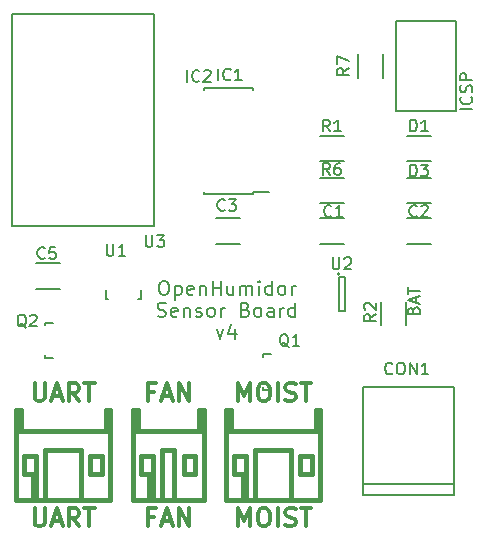
<source format=gto>
G04 #@! TF.FileFunction,Legend,Top*
%FSLAX46Y46*%
G04 Gerber Fmt 4.6, Leading zero omitted, Abs format (unit mm)*
G04 Created by KiCad (PCBNEW 0.201503230816+5530~22~ubuntu14.04.1-product) date Mi 02 Sep 2015 16:59:24 CEST*
%MOMM*%
G01*
G04 APERTURE LIST*
%ADD10C,0.150000*%
%ADD11C,0.175000*%
%ADD12C,0.381000*%
%ADD13C,0.203200*%
%ADD14C,0.304800*%
G04 APERTURE END LIST*
D10*
D11*
X13494430Y17371143D02*
X13723001Y17371143D01*
X13837287Y17314000D01*
X13951573Y17199714D01*
X14008715Y16971143D01*
X14008715Y16571143D01*
X13951573Y16342571D01*
X13837287Y16228286D01*
X13723001Y16171143D01*
X13494430Y16171143D01*
X13380144Y16228286D01*
X13265858Y16342571D01*
X13208715Y16571143D01*
X13208715Y16971143D01*
X13265858Y17199714D01*
X13380144Y17314000D01*
X13494430Y17371143D01*
X14523001Y16971143D02*
X14523001Y15771143D01*
X14523001Y16914000D02*
X14637287Y16971143D01*
X14865858Y16971143D01*
X14980144Y16914000D01*
X15037287Y16856857D01*
X15094430Y16742571D01*
X15094430Y16399714D01*
X15037287Y16285429D01*
X14980144Y16228286D01*
X14865858Y16171143D01*
X14637287Y16171143D01*
X14523001Y16228286D01*
X16065858Y16228286D02*
X15951572Y16171143D01*
X15723001Y16171143D01*
X15608715Y16228286D01*
X15551572Y16342571D01*
X15551572Y16799714D01*
X15608715Y16914000D01*
X15723001Y16971143D01*
X15951572Y16971143D01*
X16065858Y16914000D01*
X16123001Y16799714D01*
X16123001Y16685429D01*
X15551572Y16571143D01*
X16637286Y16971143D02*
X16637286Y16171143D01*
X16637286Y16856857D02*
X16694429Y16914000D01*
X16808715Y16971143D01*
X16980143Y16971143D01*
X17094429Y16914000D01*
X17151572Y16799714D01*
X17151572Y16171143D01*
X17723000Y16171143D02*
X17723000Y17371143D01*
X17723000Y16799714D02*
X18408715Y16799714D01*
X18408715Y16171143D02*
X18408715Y17371143D01*
X19494429Y16971143D02*
X19494429Y16171143D01*
X18980143Y16971143D02*
X18980143Y16342571D01*
X19037286Y16228286D01*
X19151572Y16171143D01*
X19323000Y16171143D01*
X19437286Y16228286D01*
X19494429Y16285429D01*
X20065857Y16171143D02*
X20065857Y16971143D01*
X20065857Y16856857D02*
X20123000Y16914000D01*
X20237286Y16971143D01*
X20408714Y16971143D01*
X20523000Y16914000D01*
X20580143Y16799714D01*
X20580143Y16171143D01*
X20580143Y16799714D02*
X20637286Y16914000D01*
X20751572Y16971143D01*
X20923000Y16971143D01*
X21037286Y16914000D01*
X21094429Y16799714D01*
X21094429Y16171143D01*
X21665857Y16171143D02*
X21665857Y16971143D01*
X21665857Y17371143D02*
X21608714Y17314000D01*
X21665857Y17256857D01*
X21723000Y17314000D01*
X21665857Y17371143D01*
X21665857Y17256857D01*
X22751572Y16171143D02*
X22751572Y17371143D01*
X22751572Y16228286D02*
X22637286Y16171143D01*
X22408715Y16171143D01*
X22294429Y16228286D01*
X22237286Y16285429D01*
X22180143Y16399714D01*
X22180143Y16742571D01*
X22237286Y16856857D01*
X22294429Y16914000D01*
X22408715Y16971143D01*
X22637286Y16971143D01*
X22751572Y16914000D01*
X23494429Y16171143D02*
X23380143Y16228286D01*
X23323000Y16285429D01*
X23265857Y16399714D01*
X23265857Y16742571D01*
X23323000Y16856857D01*
X23380143Y16914000D01*
X23494429Y16971143D01*
X23665857Y16971143D01*
X23780143Y16914000D01*
X23837286Y16856857D01*
X23894429Y16742571D01*
X23894429Y16399714D01*
X23837286Y16285429D01*
X23780143Y16228286D01*
X23665857Y16171143D01*
X23494429Y16171143D01*
X24408714Y16171143D02*
X24408714Y16971143D01*
X24408714Y16742571D02*
X24465857Y16856857D01*
X24523000Y16914000D01*
X24637286Y16971143D01*
X24751571Y16971143D01*
X13065858Y14373286D02*
X13237287Y14316143D01*
X13523001Y14316143D01*
X13637287Y14373286D01*
X13694430Y14430429D01*
X13751573Y14544714D01*
X13751573Y14659000D01*
X13694430Y14773286D01*
X13637287Y14830429D01*
X13523001Y14887571D01*
X13294430Y14944714D01*
X13180144Y15001857D01*
X13123001Y15059000D01*
X13065858Y15173286D01*
X13065858Y15287571D01*
X13123001Y15401857D01*
X13180144Y15459000D01*
X13294430Y15516143D01*
X13580144Y15516143D01*
X13751573Y15459000D01*
X14723001Y14373286D02*
X14608715Y14316143D01*
X14380144Y14316143D01*
X14265858Y14373286D01*
X14208715Y14487571D01*
X14208715Y14944714D01*
X14265858Y15059000D01*
X14380144Y15116143D01*
X14608715Y15116143D01*
X14723001Y15059000D01*
X14780144Y14944714D01*
X14780144Y14830429D01*
X14208715Y14716143D01*
X15294429Y15116143D02*
X15294429Y14316143D01*
X15294429Y15001857D02*
X15351572Y15059000D01*
X15465858Y15116143D01*
X15637286Y15116143D01*
X15751572Y15059000D01*
X15808715Y14944714D01*
X15808715Y14316143D01*
X16323000Y14373286D02*
X16437286Y14316143D01*
X16665858Y14316143D01*
X16780143Y14373286D01*
X16837286Y14487571D01*
X16837286Y14544714D01*
X16780143Y14659000D01*
X16665858Y14716143D01*
X16494429Y14716143D01*
X16380143Y14773286D01*
X16323000Y14887571D01*
X16323000Y14944714D01*
X16380143Y15059000D01*
X16494429Y15116143D01*
X16665858Y15116143D01*
X16780143Y15059000D01*
X17523001Y14316143D02*
X17408715Y14373286D01*
X17351572Y14430429D01*
X17294429Y14544714D01*
X17294429Y14887571D01*
X17351572Y15001857D01*
X17408715Y15059000D01*
X17523001Y15116143D01*
X17694429Y15116143D01*
X17808715Y15059000D01*
X17865858Y15001857D01*
X17923001Y14887571D01*
X17923001Y14544714D01*
X17865858Y14430429D01*
X17808715Y14373286D01*
X17694429Y14316143D01*
X17523001Y14316143D01*
X18437286Y14316143D02*
X18437286Y15116143D01*
X18437286Y14887571D02*
X18494429Y15001857D01*
X18551572Y15059000D01*
X18665858Y15116143D01*
X18780143Y15116143D01*
X20494429Y14944714D02*
X20665858Y14887571D01*
X20723001Y14830429D01*
X20780144Y14716143D01*
X20780144Y14544714D01*
X20723001Y14430429D01*
X20665858Y14373286D01*
X20551572Y14316143D01*
X20094429Y14316143D01*
X20094429Y15516143D01*
X20494429Y15516143D01*
X20608715Y15459000D01*
X20665858Y15401857D01*
X20723001Y15287571D01*
X20723001Y15173286D01*
X20665858Y15059000D01*
X20608715Y15001857D01*
X20494429Y14944714D01*
X20094429Y14944714D01*
X21465858Y14316143D02*
X21351572Y14373286D01*
X21294429Y14430429D01*
X21237286Y14544714D01*
X21237286Y14887571D01*
X21294429Y15001857D01*
X21351572Y15059000D01*
X21465858Y15116143D01*
X21637286Y15116143D01*
X21751572Y15059000D01*
X21808715Y15001857D01*
X21865858Y14887571D01*
X21865858Y14544714D01*
X21808715Y14430429D01*
X21751572Y14373286D01*
X21637286Y14316143D01*
X21465858Y14316143D01*
X22894429Y14316143D02*
X22894429Y14944714D01*
X22837286Y15059000D01*
X22723000Y15116143D01*
X22494429Y15116143D01*
X22380143Y15059000D01*
X22894429Y14373286D02*
X22780143Y14316143D01*
X22494429Y14316143D01*
X22380143Y14373286D01*
X22323000Y14487571D01*
X22323000Y14601857D01*
X22380143Y14716143D01*
X22494429Y14773286D01*
X22780143Y14773286D01*
X22894429Y14830429D01*
X23465857Y14316143D02*
X23465857Y15116143D01*
X23465857Y14887571D02*
X23523000Y15001857D01*
X23580143Y15059000D01*
X23694429Y15116143D01*
X23808714Y15116143D01*
X24723000Y14316143D02*
X24723000Y15516143D01*
X24723000Y14373286D02*
X24608714Y14316143D01*
X24380143Y14316143D01*
X24265857Y14373286D01*
X24208714Y14430429D01*
X24151571Y14544714D01*
X24151571Y14887571D01*
X24208714Y15001857D01*
X24265857Y15059000D01*
X24380143Y15116143D01*
X24608714Y15116143D01*
X24723000Y15059000D01*
X18065858Y13261143D02*
X18351572Y12461143D01*
X18637286Y13261143D01*
X19608715Y13261143D02*
X19608715Y12461143D01*
X19323001Y13718286D02*
X19037286Y12861143D01*
X19780144Y12861143D01*
D10*
X28813000Y20515000D02*
X26813000Y20515000D01*
X26813000Y22665000D02*
X28813000Y22665000D01*
X18050000Y22665000D02*
X20050000Y22665000D01*
X20050000Y20515000D02*
X18050000Y20515000D01*
X2810000Y18855000D02*
X4810000Y18855000D01*
X4810000Y16705000D02*
X2810000Y16705000D01*
X34179000Y29650000D02*
X36179000Y29650000D01*
X36179000Y27500000D02*
X34179000Y27500000D01*
X36179000Y23944000D02*
X34179000Y23944000D01*
X34179000Y26094000D02*
X36179000Y26094000D01*
X21125000Y24760000D02*
X21125000Y24875000D01*
X16975000Y24760000D02*
X16975000Y24875000D01*
X16975000Y33660000D02*
X16975000Y33545000D01*
X21125000Y33660000D02*
X21125000Y33545000D01*
X21125000Y24760000D02*
X16975000Y24760000D01*
X21125000Y33660000D02*
X16975000Y33660000D01*
X21125000Y24875000D02*
X22500000Y24875000D01*
X38354000Y39370000D02*
X33274000Y39370000D01*
X33274000Y39370000D02*
X33274000Y31750000D01*
X33274000Y31750000D02*
X38354000Y31750000D01*
X38354000Y31750000D02*
X38354000Y39370000D01*
D12*
X2778760Y980440D02*
X2778760Y-1219200D01*
X2778760Y-1219200D02*
X2479040Y-1219200D01*
X2479040Y-1219200D02*
X2479040Y980440D01*
X1079500Y4681220D02*
X9080500Y4681220D01*
X3578860Y3081020D02*
X6581140Y3081020D01*
X1079500Y-1219200D02*
X9080500Y-1219200D01*
X6578600Y3081020D02*
X6578600Y-1219200D01*
X3578860Y3081020D02*
X3578860Y-1219200D01*
X7376160Y980440D02*
X7376160Y2580640D01*
X8376920Y980440D02*
X7376160Y980440D01*
X8376920Y2580640D02*
X8376920Y980440D01*
X7376160Y2580640D02*
X8376920Y2580640D01*
X1778000Y2580640D02*
X2778760Y2580640D01*
X2778760Y2580640D02*
X2778760Y980440D01*
X2778760Y980440D02*
X1778000Y980440D01*
X1778000Y980440D02*
X1778000Y2580640D01*
X8879840Y6479540D02*
X8879840Y4681220D01*
X1280160Y6479540D02*
X1280160Y4681220D01*
X9080500Y-1219200D02*
X9080500Y6479540D01*
X9080500Y6479540D02*
X8681720Y6479540D01*
X8681720Y6479540D02*
X8681720Y4681220D01*
X1478280Y4681220D02*
X1478280Y6479540D01*
X1478280Y6479540D02*
X1079500Y6479540D01*
X1079500Y6479540D02*
X1079500Y-1219200D01*
X20558760Y980440D02*
X20558760Y-1219200D01*
X20558760Y-1219200D02*
X20259040Y-1219200D01*
X20259040Y-1219200D02*
X20259040Y980440D01*
X18859500Y4681220D02*
X26860500Y4681220D01*
X21358860Y3081020D02*
X24361140Y3081020D01*
X18859500Y-1219200D02*
X26860500Y-1219200D01*
X24358600Y3081020D02*
X24358600Y-1219200D01*
X21358860Y3081020D02*
X21358860Y-1219200D01*
X25156160Y980440D02*
X25156160Y2580640D01*
X26156920Y980440D02*
X25156160Y980440D01*
X26156920Y2580640D02*
X26156920Y980440D01*
X25156160Y2580640D02*
X26156920Y2580640D01*
X19558000Y2580640D02*
X20558760Y2580640D01*
X20558760Y2580640D02*
X20558760Y980440D01*
X20558760Y980440D02*
X19558000Y980440D01*
X19558000Y980440D02*
X19558000Y2580640D01*
X26659840Y6479540D02*
X26659840Y4681220D01*
X19060160Y6479540D02*
X19060160Y4681220D01*
X26860500Y-1219200D02*
X26860500Y6479540D01*
X26860500Y6479540D02*
X26461720Y6479540D01*
X26461720Y6479540D02*
X26461720Y4681220D01*
X19258280Y4681220D02*
X19258280Y6479540D01*
X19258280Y6479540D02*
X18859500Y6479540D01*
X18859500Y6479540D02*
X18859500Y-1219200D01*
X12669520Y980440D02*
X12669520Y-1219200D01*
X12669520Y-1219200D02*
X12369800Y-1219200D01*
X12369800Y-1219200D02*
X12369800Y980440D01*
X14470380Y3081020D02*
X14470380Y-1219200D01*
X13469620Y3081020D02*
X13469620Y-1219200D01*
X14470380Y3081020D02*
X13469620Y3081020D01*
X15267940Y980440D02*
X15267940Y2580640D01*
X16268700Y980440D02*
X15267940Y980440D01*
X16268700Y2580640D02*
X16268700Y980440D01*
X15267940Y2580640D02*
X16268700Y2580640D01*
X11668760Y2580640D02*
X12669520Y2580640D01*
X12669520Y2580640D02*
X12669520Y980440D01*
X12669520Y980440D02*
X11668760Y980440D01*
X11668760Y980440D02*
X11668760Y2580640D01*
X16969740Y4681220D02*
X10970260Y4681220D01*
X16769080Y6479540D02*
X16769080Y4681220D01*
X11170920Y6479540D02*
X11170920Y4681220D01*
X10970260Y-1219200D02*
X16969740Y-1219200D01*
X16969740Y-1219200D02*
X16969740Y6479540D01*
X16969740Y6479540D02*
X16570960Y6479540D01*
X16570960Y6479540D02*
X16570960Y4681220D01*
X11369040Y4681220D02*
X11369040Y6479540D01*
X11369040Y6479540D02*
X10970260Y6479540D01*
X10970260Y6479540D02*
X10970260Y-1219200D01*
D10*
X22656800Y8152180D02*
X21955760Y8152180D01*
X21955760Y8152180D02*
X21955760Y8401100D01*
X21955760Y10951160D02*
X21955760Y11151820D01*
X21955760Y11151820D02*
X22656800Y11151820D01*
X4241800Y10819180D02*
X3540760Y10819180D01*
X3540760Y10819180D02*
X3540760Y11068100D01*
X3540760Y13618160D02*
X3540760Y13818820D01*
X3540760Y13818820D02*
X4241800Y13818820D01*
X28813000Y27500000D02*
X26813000Y27500000D01*
X26813000Y29650000D02*
X28813000Y29650000D01*
X34095000Y15605000D02*
X34095000Y13605000D01*
X31945000Y13605000D02*
X31945000Y15605000D01*
X26813000Y26094000D02*
X28813000Y26094000D01*
X28813000Y23944000D02*
X26813000Y23944000D01*
X32190000Y36560000D02*
X32190000Y34560000D01*
X30040000Y34560000D02*
X30040000Y36560000D01*
X11659820Y16560800D02*
X11659820Y15859760D01*
X11659820Y15859760D02*
X11410900Y15859760D01*
X8860840Y15859760D02*
X8660180Y15859760D01*
X8660180Y15859760D02*
X8660180Y16560800D01*
X780000Y21988000D02*
X780000Y39988000D01*
X780000Y39988000D02*
X12780000Y39988000D01*
X12780000Y39988000D02*
X12780000Y21988000D01*
X12780000Y21988000D02*
X780000Y21988000D01*
X30439360Y210820D02*
X38140640Y210820D01*
X30439360Y-789940D02*
X38140640Y-789940D01*
X38140640Y-789940D02*
X38140640Y8409940D01*
X38140640Y8409940D02*
X30439360Y8409940D01*
X30439360Y8409940D02*
X30439360Y-789940D01*
X36179000Y20515000D02*
X34179000Y20515000D01*
X34179000Y22665000D02*
X36179000Y22665000D01*
X28502000Y17956000D02*
G75*
G03X28502000Y17956000I-100000J0D01*
G01*
X28952000Y17706000D02*
X28452000Y17706000D01*
X28952000Y14806000D02*
X28952000Y17706000D01*
X28452000Y14806000D02*
X28952000Y14806000D01*
X28452000Y17706000D02*
X28452000Y14806000D01*
X27773334Y22883857D02*
X27725715Y22836238D01*
X27582858Y22788619D01*
X27487620Y22788619D01*
X27344762Y22836238D01*
X27249524Y22931476D01*
X27201905Y23026714D01*
X27154286Y23217190D01*
X27154286Y23360048D01*
X27201905Y23550524D01*
X27249524Y23645762D01*
X27344762Y23741000D01*
X27487620Y23788619D01*
X27582858Y23788619D01*
X27725715Y23741000D01*
X27773334Y23693381D01*
X28725715Y22788619D02*
X28154286Y22788619D01*
X28440000Y22788619D02*
X28440000Y23788619D01*
X28344762Y23645762D01*
X28249524Y23550524D01*
X28154286Y23502905D01*
X18756334Y23391857D02*
X18708715Y23344238D01*
X18565858Y23296619D01*
X18470620Y23296619D01*
X18327762Y23344238D01*
X18232524Y23439476D01*
X18184905Y23534714D01*
X18137286Y23725190D01*
X18137286Y23868048D01*
X18184905Y24058524D01*
X18232524Y24153762D01*
X18327762Y24249000D01*
X18470620Y24296619D01*
X18565858Y24296619D01*
X18708715Y24249000D01*
X18756334Y24201381D01*
X19089667Y24296619D02*
X19708715Y24296619D01*
X19375381Y23915667D01*
X19518239Y23915667D01*
X19613477Y23868048D01*
X19661096Y23820429D01*
X19708715Y23725190D01*
X19708715Y23487095D01*
X19661096Y23391857D01*
X19613477Y23344238D01*
X19518239Y23296619D01*
X19232524Y23296619D01*
X19137286Y23344238D01*
X19089667Y23391857D01*
X3516334Y19327857D02*
X3468715Y19280238D01*
X3325858Y19232619D01*
X3230620Y19232619D01*
X3087762Y19280238D01*
X2992524Y19375476D01*
X2944905Y19470714D01*
X2897286Y19661190D01*
X2897286Y19804048D01*
X2944905Y19994524D01*
X2992524Y20089762D01*
X3087762Y20185000D01*
X3230620Y20232619D01*
X3325858Y20232619D01*
X3468715Y20185000D01*
X3516334Y20137381D01*
X4421096Y20232619D02*
X3944905Y20232619D01*
X3897286Y19756429D01*
X3944905Y19804048D01*
X4040143Y19851667D01*
X4278239Y19851667D01*
X4373477Y19804048D01*
X4421096Y19756429D01*
X4468715Y19661190D01*
X4468715Y19423095D01*
X4421096Y19327857D01*
X4373477Y19280238D01*
X4278239Y19232619D01*
X4040143Y19232619D01*
X3944905Y19280238D01*
X3897286Y19327857D01*
X34440905Y30027619D02*
X34440905Y31027619D01*
X34679000Y31027619D01*
X34821858Y30980000D01*
X34917096Y30884762D01*
X34964715Y30789524D01*
X35012334Y30599048D01*
X35012334Y30456190D01*
X34964715Y30265714D01*
X34917096Y30170476D01*
X34821858Y30075238D01*
X34679000Y30027619D01*
X34440905Y30027619D01*
X35964715Y30027619D02*
X35393286Y30027619D01*
X35679000Y30027619D02*
X35679000Y31027619D01*
X35583762Y30884762D01*
X35488524Y30789524D01*
X35393286Y30741905D01*
X34440905Y26217619D02*
X34440905Y27217619D01*
X34679000Y27217619D01*
X34821858Y27170000D01*
X34917096Y27074762D01*
X34964715Y26979524D01*
X35012334Y26789048D01*
X35012334Y26646190D01*
X34964715Y26455714D01*
X34917096Y26360476D01*
X34821858Y26265238D01*
X34679000Y26217619D01*
X34440905Y26217619D01*
X35345667Y27217619D02*
X35964715Y27217619D01*
X35631381Y26836667D01*
X35774239Y26836667D01*
X35869477Y26789048D01*
X35917096Y26741429D01*
X35964715Y26646190D01*
X35964715Y26408095D01*
X35917096Y26312857D01*
X35869477Y26265238D01*
X35774239Y26217619D01*
X35488524Y26217619D01*
X35393286Y26265238D01*
X35345667Y26312857D01*
X18200810Y34345619D02*
X18200810Y35345619D01*
X19248429Y34440857D02*
X19200810Y34393238D01*
X19057953Y34345619D01*
X18962715Y34345619D01*
X18819857Y34393238D01*
X18724619Y34488476D01*
X18677000Y34583714D01*
X18629381Y34774190D01*
X18629381Y34917048D01*
X18677000Y35107524D01*
X18724619Y35202762D01*
X18819857Y35298000D01*
X18962715Y35345619D01*
X19057953Y35345619D01*
X19200810Y35298000D01*
X19248429Y35250381D01*
X20200810Y34345619D02*
X19629381Y34345619D01*
X19915095Y34345619D02*
X19915095Y35345619D01*
X19819857Y35202762D01*
X19724619Y35107524D01*
X19629381Y35059905D01*
D13*
X39702619Y31901191D02*
X38686619Y31901191D01*
X39605857Y32965572D02*
X39654238Y32917191D01*
X39702619Y32772048D01*
X39702619Y32675286D01*
X39654238Y32530144D01*
X39557476Y32433382D01*
X39460714Y32385001D01*
X39267190Y32336620D01*
X39122048Y32336620D01*
X38928524Y32385001D01*
X38831762Y32433382D01*
X38735000Y32530144D01*
X38686619Y32675286D01*
X38686619Y32772048D01*
X38735000Y32917191D01*
X38783381Y32965572D01*
X39654238Y33352620D02*
X39702619Y33497763D01*
X39702619Y33739667D01*
X39654238Y33836429D01*
X39605857Y33884810D01*
X39509095Y33933191D01*
X39412333Y33933191D01*
X39315571Y33884810D01*
X39267190Y33836429D01*
X39218810Y33739667D01*
X39170429Y33546144D01*
X39122048Y33449382D01*
X39073667Y33401001D01*
X38976905Y33352620D01*
X38880143Y33352620D01*
X38783381Y33401001D01*
X38735000Y33449382D01*
X38686619Y33546144D01*
X38686619Y33788048D01*
X38735000Y33933191D01*
X39702619Y34368620D02*
X38686619Y34368620D01*
X38686619Y34755667D01*
X38735000Y34852429D01*
X38783381Y34900810D01*
X38880143Y34949191D01*
X39025286Y34949191D01*
X39122048Y34900810D01*
X39170429Y34852429D01*
X39218810Y34755667D01*
X39218810Y34368620D01*
D14*
X2648857Y8713651D02*
X2648857Y7479937D01*
X2721429Y7334794D01*
X2794000Y7262223D01*
X2939143Y7189651D01*
X3229429Y7189651D01*
X3374571Y7262223D01*
X3447143Y7334794D01*
X3519714Y7479937D01*
X3519714Y8713651D01*
X4172857Y7625080D02*
X4898571Y7625080D01*
X4027714Y7189651D02*
X4535714Y8713651D01*
X5043714Y7189651D01*
X6422571Y7189651D02*
X5914571Y7915366D01*
X5551714Y7189651D02*
X5551714Y8713651D01*
X6132286Y8713651D01*
X6277428Y8641080D01*
X6350000Y8568509D01*
X6422571Y8423366D01*
X6422571Y8205651D01*
X6350000Y8060509D01*
X6277428Y7987937D01*
X6132286Y7915366D01*
X5551714Y7915366D01*
X6858000Y8713651D02*
X7728857Y8713651D01*
X7293428Y7189651D02*
X7293428Y8713651D01*
X2648857Y-1885769D02*
X2648857Y-3119483D01*
X2721429Y-3264626D01*
X2794000Y-3337197D01*
X2939143Y-3409769D01*
X3229429Y-3409769D01*
X3374571Y-3337197D01*
X3447143Y-3264626D01*
X3519714Y-3119483D01*
X3519714Y-1885769D01*
X4172857Y-2974340D02*
X4898571Y-2974340D01*
X4027714Y-3409769D02*
X4535714Y-1885769D01*
X5043714Y-3409769D01*
X6422571Y-3409769D02*
X5914571Y-2684054D01*
X5551714Y-3409769D02*
X5551714Y-1885769D01*
X6132286Y-1885769D01*
X6277428Y-1958340D01*
X6350000Y-2030911D01*
X6422571Y-2176054D01*
X6422571Y-2393769D01*
X6350000Y-2538911D01*
X6277428Y-2611483D01*
X6132286Y-2684054D01*
X5551714Y-2684054D01*
X6858000Y-1885769D02*
X7728857Y-1885769D01*
X7293428Y-3409769D02*
X7293428Y-1885769D01*
X19884572Y7189651D02*
X19884572Y8713651D01*
X20392572Y7625080D01*
X20900572Y8713651D01*
X20900572Y7189651D01*
X21916572Y8713651D02*
X22206858Y8713651D01*
X22352000Y8641080D01*
X22497143Y8495937D01*
X22569715Y8205651D01*
X22569715Y7697651D01*
X22497143Y7407366D01*
X22352000Y7262223D01*
X22206858Y7189651D01*
X21916572Y7189651D01*
X21771429Y7262223D01*
X21626286Y7407366D01*
X21553715Y7697651D01*
X21553715Y8205651D01*
X21626286Y8495937D01*
X21771429Y8641080D01*
X21916572Y8713651D01*
X23222857Y7189651D02*
X23222857Y8713651D01*
X23876000Y7262223D02*
X24093714Y7189651D01*
X24456571Y7189651D01*
X24601714Y7262223D01*
X24674285Y7334794D01*
X24746857Y7479937D01*
X24746857Y7625080D01*
X24674285Y7770223D01*
X24601714Y7842794D01*
X24456571Y7915366D01*
X24166285Y7987937D01*
X24021143Y8060509D01*
X23948571Y8133080D01*
X23876000Y8278223D01*
X23876000Y8423366D01*
X23948571Y8568509D01*
X24021143Y8641080D01*
X24166285Y8713651D01*
X24529143Y8713651D01*
X24746857Y8641080D01*
X25182286Y8713651D02*
X26053143Y8713651D01*
X25617714Y7189651D02*
X25617714Y8713651D01*
X19884572Y-3409769D02*
X19884572Y-1885769D01*
X20392572Y-2974340D01*
X20900572Y-1885769D01*
X20900572Y-3409769D01*
X21916572Y-1885769D02*
X22206858Y-1885769D01*
X22352000Y-1958340D01*
X22497143Y-2103483D01*
X22569715Y-2393769D01*
X22569715Y-2901769D01*
X22497143Y-3192054D01*
X22352000Y-3337197D01*
X22206858Y-3409769D01*
X21916572Y-3409769D01*
X21771429Y-3337197D01*
X21626286Y-3192054D01*
X21553715Y-2901769D01*
X21553715Y-2393769D01*
X21626286Y-2103483D01*
X21771429Y-1958340D01*
X21916572Y-1885769D01*
X23222857Y-3409769D02*
X23222857Y-1885769D01*
X23876000Y-3337197D02*
X24093714Y-3409769D01*
X24456571Y-3409769D01*
X24601714Y-3337197D01*
X24674285Y-3264626D01*
X24746857Y-3119483D01*
X24746857Y-2974340D01*
X24674285Y-2829197D01*
X24601714Y-2756626D01*
X24456571Y-2684054D01*
X24166285Y-2611483D01*
X24021143Y-2538911D01*
X23948571Y-2466340D01*
X23876000Y-2321197D01*
X23876000Y-2176054D01*
X23948571Y-2030911D01*
X24021143Y-1958340D01*
X24166285Y-1885769D01*
X24529143Y-1885769D01*
X24746857Y-1958340D01*
X25182286Y-1885769D02*
X26053143Y-1885769D01*
X25617714Y-3409769D02*
X25617714Y-1885769D01*
X12736286Y7987937D02*
X12228286Y7987937D01*
X12228286Y7189651D02*
X12228286Y8713651D01*
X12954000Y8713651D01*
X13462001Y7625080D02*
X14187715Y7625080D01*
X13316858Y7189651D02*
X13824858Y8713651D01*
X14332858Y7189651D01*
X14840858Y7189651D02*
X14840858Y8713651D01*
X15711715Y7189651D01*
X15711715Y8713651D01*
X12736286Y-2611483D02*
X12228286Y-2611483D01*
X12228286Y-3409769D02*
X12228286Y-1885769D01*
X12954000Y-1885769D01*
X13462001Y-2974340D02*
X14187715Y-2974340D01*
X13316858Y-3409769D02*
X13824858Y-1885769D01*
X14332858Y-3409769D01*
X14840858Y-3409769D02*
X14840858Y-1885769D01*
X15711715Y-3409769D01*
X15711715Y-1885769D01*
D10*
X24161762Y11771381D02*
X24066524Y11819000D01*
X23971286Y11914238D01*
X23828429Y12057095D01*
X23733190Y12104714D01*
X23637952Y12104714D01*
X23685571Y11866619D02*
X23590333Y11914238D01*
X23495095Y12009476D01*
X23447476Y12199952D01*
X23447476Y12533286D01*
X23495095Y12723762D01*
X23590333Y12819000D01*
X23685571Y12866619D01*
X23876048Y12866619D01*
X23971286Y12819000D01*
X24066524Y12723762D01*
X24114143Y12533286D01*
X24114143Y12199952D01*
X24066524Y12009476D01*
X23971286Y11914238D01*
X23876048Y11866619D01*
X23685571Y11866619D01*
X25066524Y11866619D02*
X24495095Y11866619D01*
X24780809Y11866619D02*
X24780809Y12866619D01*
X24685571Y12723762D01*
X24590333Y12628524D01*
X24495095Y12580905D01*
X1936762Y13422381D02*
X1841524Y13470000D01*
X1746286Y13565238D01*
X1603429Y13708095D01*
X1508190Y13755714D01*
X1412952Y13755714D01*
X1460571Y13517619D02*
X1365333Y13565238D01*
X1270095Y13660476D01*
X1222476Y13850952D01*
X1222476Y14184286D01*
X1270095Y14374762D01*
X1365333Y14470000D01*
X1460571Y14517619D01*
X1651048Y14517619D01*
X1746286Y14470000D01*
X1841524Y14374762D01*
X1889143Y14184286D01*
X1889143Y13850952D01*
X1841524Y13660476D01*
X1746286Y13565238D01*
X1651048Y13517619D01*
X1460571Y13517619D01*
X2270095Y14422381D02*
X2317714Y14470000D01*
X2412952Y14517619D01*
X2651048Y14517619D01*
X2746286Y14470000D01*
X2793905Y14422381D01*
X2841524Y14327143D01*
X2841524Y14231905D01*
X2793905Y14089048D01*
X2222476Y13517619D01*
X2841524Y13517619D01*
X27646334Y30027619D02*
X27313000Y30503810D01*
X27074905Y30027619D02*
X27074905Y31027619D01*
X27455858Y31027619D01*
X27551096Y30980000D01*
X27598715Y30932381D01*
X27646334Y30837143D01*
X27646334Y30694286D01*
X27598715Y30599048D01*
X27551096Y30551429D01*
X27455858Y30503810D01*
X27074905Y30503810D01*
X28598715Y30027619D02*
X28027286Y30027619D01*
X28313000Y30027619D02*
X28313000Y31027619D01*
X28217762Y30884762D01*
X28122524Y30789524D01*
X28027286Y30741905D01*
X31567381Y14565334D02*
X31091190Y14232000D01*
X31567381Y13993905D02*
X30567381Y13993905D01*
X30567381Y14374858D01*
X30615000Y14470096D01*
X30662619Y14517715D01*
X30757857Y14565334D01*
X30900714Y14565334D01*
X30995952Y14517715D01*
X31043571Y14470096D01*
X31091190Y14374858D01*
X31091190Y13993905D01*
X30662619Y14946286D02*
X30615000Y14993905D01*
X30567381Y15089143D01*
X30567381Y15327239D01*
X30615000Y15422477D01*
X30662619Y15470096D01*
X30757857Y15517715D01*
X30853095Y15517715D01*
X30995952Y15470096D01*
X31567381Y14898667D01*
X31567381Y15517715D01*
X27646334Y26344619D02*
X27313000Y26820810D01*
X27074905Y26344619D02*
X27074905Y27344619D01*
X27455858Y27344619D01*
X27551096Y27297000D01*
X27598715Y27249381D01*
X27646334Y27154143D01*
X27646334Y27011286D01*
X27598715Y26916048D01*
X27551096Y26868429D01*
X27455858Y26820810D01*
X27074905Y26820810D01*
X28503477Y27344619D02*
X28313000Y27344619D01*
X28217762Y27297000D01*
X28170143Y27249381D01*
X28074905Y27106524D01*
X28027286Y26916048D01*
X28027286Y26535095D01*
X28074905Y26439857D01*
X28122524Y26392238D01*
X28217762Y26344619D01*
X28408239Y26344619D01*
X28503477Y26392238D01*
X28551096Y26439857D01*
X28598715Y26535095D01*
X28598715Y26773190D01*
X28551096Y26868429D01*
X28503477Y26916048D01*
X28408239Y26963667D01*
X28217762Y26963667D01*
X28122524Y26916048D01*
X28074905Y26868429D01*
X28027286Y26773190D01*
X29267381Y35393334D02*
X28791190Y35060000D01*
X29267381Y34821905D02*
X28267381Y34821905D01*
X28267381Y35202858D01*
X28315000Y35298096D01*
X28362619Y35345715D01*
X28457857Y35393334D01*
X28600714Y35393334D01*
X28695952Y35345715D01*
X28743571Y35298096D01*
X28791190Y35202858D01*
X28791190Y34821905D01*
X28267381Y35726667D02*
X28267381Y36393334D01*
X29267381Y35964762D01*
X8763095Y20486619D02*
X8763095Y19677095D01*
X8810714Y19581857D01*
X8858333Y19534238D01*
X8953571Y19486619D01*
X9144048Y19486619D01*
X9239286Y19534238D01*
X9286905Y19581857D01*
X9334524Y19677095D01*
X9334524Y20486619D01*
X10334524Y19486619D02*
X9763095Y19486619D01*
X10048809Y19486619D02*
X10048809Y20486619D01*
X9953571Y20343762D01*
X9858333Y20248524D01*
X9763095Y20200905D01*
D13*
X12052905Y21257381D02*
X12052905Y20434905D01*
X12101286Y20338143D01*
X12149667Y20289762D01*
X12246429Y20241381D01*
X12439952Y20241381D01*
X12536714Y20289762D01*
X12585095Y20338143D01*
X12633476Y20434905D01*
X12633476Y21257381D01*
X13020524Y21257381D02*
X13649476Y21257381D01*
X13310810Y20870333D01*
X13455952Y20870333D01*
X13552714Y20821952D01*
X13601095Y20773571D01*
X13649476Y20676810D01*
X13649476Y20434905D01*
X13601095Y20338143D01*
X13552714Y20289762D01*
X13455952Y20241381D01*
X13165667Y20241381D01*
X13068905Y20289762D01*
X13020524Y20338143D01*
D10*
X32948715Y9548857D02*
X32901096Y9501238D01*
X32758239Y9453619D01*
X32663001Y9453619D01*
X32520143Y9501238D01*
X32424905Y9596476D01*
X32377286Y9691714D01*
X32329667Y9882190D01*
X32329667Y10025048D01*
X32377286Y10215524D01*
X32424905Y10310762D01*
X32520143Y10406000D01*
X32663001Y10453619D01*
X32758239Y10453619D01*
X32901096Y10406000D01*
X32948715Y10358381D01*
X33567762Y10453619D02*
X33758239Y10453619D01*
X33853477Y10406000D01*
X33948715Y10310762D01*
X33996334Y10120286D01*
X33996334Y9786952D01*
X33948715Y9596476D01*
X33853477Y9501238D01*
X33758239Y9453619D01*
X33567762Y9453619D01*
X33472524Y9501238D01*
X33377286Y9596476D01*
X33329667Y9786952D01*
X33329667Y10120286D01*
X33377286Y10310762D01*
X33472524Y10406000D01*
X33567762Y10453619D01*
X34424905Y9453619D02*
X34424905Y10453619D01*
X34996334Y9453619D01*
X34996334Y10453619D01*
X35996334Y9453619D02*
X35424905Y9453619D01*
X35710619Y9453619D02*
X35710619Y10453619D01*
X35615381Y10310762D01*
X35520143Y10215524D01*
X35424905Y10167905D01*
X34726571Y14882905D02*
X34774190Y15025762D01*
X34821810Y15073381D01*
X34917048Y15121000D01*
X35059905Y15121000D01*
X35155143Y15073381D01*
X35202762Y15025762D01*
X35250381Y14930524D01*
X35250381Y14549571D01*
X34250381Y14549571D01*
X34250381Y14882905D01*
X34298000Y14978143D01*
X34345619Y15025762D01*
X34440857Y15073381D01*
X34536095Y15073381D01*
X34631333Y15025762D01*
X34678952Y14978143D01*
X34726571Y14882905D01*
X34726571Y14549571D01*
X34964667Y15501952D02*
X34964667Y15978143D01*
X35250381Y15406714D02*
X34250381Y15740047D01*
X35250381Y16073381D01*
X34250381Y16263857D02*
X34250381Y16835286D01*
X35250381Y16549571D02*
X34250381Y16549571D01*
X35012334Y22883857D02*
X34964715Y22836238D01*
X34821858Y22788619D01*
X34726620Y22788619D01*
X34583762Y22836238D01*
X34488524Y22931476D01*
X34440905Y23026714D01*
X34393286Y23217190D01*
X34393286Y23360048D01*
X34440905Y23550524D01*
X34488524Y23645762D01*
X34583762Y23741000D01*
X34726620Y23788619D01*
X34821858Y23788619D01*
X34964715Y23741000D01*
X35012334Y23693381D01*
X35393286Y23693381D02*
X35440905Y23741000D01*
X35536143Y23788619D01*
X35774239Y23788619D01*
X35869477Y23741000D01*
X35917096Y23693381D01*
X35964715Y23598143D01*
X35964715Y23502905D01*
X35917096Y23360048D01*
X35345667Y22788619D01*
X35964715Y22788619D01*
X27890095Y19353619D02*
X27890095Y18544095D01*
X27937714Y18448857D01*
X27985333Y18401238D01*
X28080571Y18353619D01*
X28271048Y18353619D01*
X28366286Y18401238D01*
X28413905Y18448857D01*
X28461524Y18544095D01*
X28461524Y19353619D01*
X28890095Y19258381D02*
X28937714Y19306000D01*
X29032952Y19353619D01*
X29271048Y19353619D01*
X29366286Y19306000D01*
X29413905Y19258381D01*
X29461524Y19163143D01*
X29461524Y19067905D01*
X29413905Y18925048D01*
X28842476Y18353619D01*
X29461524Y18353619D01*
X15560810Y34220619D02*
X15560810Y35220619D01*
X16608429Y34315857D02*
X16560810Y34268238D01*
X16417953Y34220619D01*
X16322715Y34220619D01*
X16179857Y34268238D01*
X16084619Y34363476D01*
X16037000Y34458714D01*
X15989381Y34649190D01*
X15989381Y34792048D01*
X16037000Y34982524D01*
X16084619Y35077762D01*
X16179857Y35173000D01*
X16322715Y35220619D01*
X16417953Y35220619D01*
X16560810Y35173000D01*
X16608429Y35125381D01*
X16989381Y35125381D02*
X17037000Y35173000D01*
X17132238Y35220619D01*
X17370334Y35220619D01*
X17465572Y35173000D01*
X17513191Y35125381D01*
X17560810Y35030143D01*
X17560810Y34934905D01*
X17513191Y34792048D01*
X16941762Y34220619D01*
X17560810Y34220619D01*
M02*

</source>
